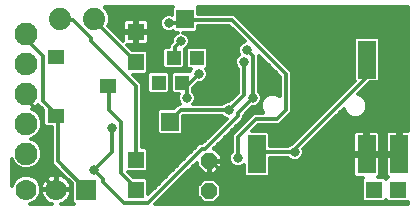
<source format=gbl>
G75*
%MOIN*%
%OFA0B0*%
%FSLAX25Y25*%
%IPPOS*%
%LPD*%
%AMOC8*
5,1,8,0,0,1.08239X$1,22.5*
%
%ADD10OC8,0.05200*%
%ADD11C,0.07000*%
%ADD12R,0.07000X0.07000*%
%ADD13R,0.05512X0.04724*%
%ADD14C,0.07400*%
%ADD15C,0.07600*%
%ADD16R,0.05543X0.05543*%
%ADD17R,0.05906X0.06299*%
%ADD18R,0.04724X0.04724*%
%ADD19R,0.06000X0.12500*%
%ADD20C,0.01200*%
%ADD21C,0.03150*%
D10*
X0070100Y0010600D03*
X0070100Y0020600D03*
D11*
X0019100Y0011100D03*
X0009100Y0011100D03*
D12*
X0029100Y0011100D03*
D13*
X0018939Y0035757D03*
X0036261Y0045600D03*
X0018939Y0055443D03*
D14*
X0020400Y0068100D03*
X0031800Y0068100D03*
D15*
X0009100Y0063100D03*
X0009100Y0053100D03*
X0009100Y0043100D03*
X0009100Y0033100D03*
X0009100Y0023100D03*
D16*
X0045600Y0021100D03*
X0045600Y0011100D03*
X0045600Y0053600D03*
X0045600Y0063600D03*
X0125100Y0011100D03*
X0133100Y0011100D03*
D17*
X0057100Y0033694D03*
X0062100Y0068006D03*
D18*
X0058163Y0054915D03*
X0066037Y0054915D03*
X0061037Y0046785D03*
X0053163Y0046785D03*
D19*
X0085935Y0022850D03*
X0122502Y0022850D03*
X0133424Y0022850D03*
X0122691Y0054460D03*
D20*
X0011876Y0006946D02*
X0010195Y0006250D01*
X0017523Y0006250D01*
X0017142Y0006374D01*
X0016427Y0006738D01*
X0015778Y0007210D01*
X0015210Y0007778D01*
X0014738Y0008427D01*
X0014374Y0009142D01*
X0014126Y0009906D01*
X0014000Y0010699D01*
X0014000Y0010814D01*
X0018814Y0010814D01*
X0018814Y0011386D01*
X0018814Y0016200D01*
X0018699Y0016200D01*
X0017906Y0016074D01*
X0017142Y0015826D01*
X0016427Y0015462D01*
X0015778Y0014990D01*
X0015210Y0014422D01*
X0014738Y0013773D01*
X0014374Y0013058D01*
X0014126Y0012294D01*
X0014000Y0011501D01*
X0014000Y0011386D01*
X0018814Y0011386D01*
X0019386Y0011386D01*
X0019386Y0016200D01*
X0019501Y0016200D01*
X0020294Y0016074D01*
X0021058Y0015826D01*
X0021773Y0015462D01*
X0022273Y0015099D01*
X0017600Y0019772D01*
X0017600Y0031995D01*
X0015603Y0031995D01*
X0014783Y0032815D01*
X0014783Y0037589D01*
X0013004Y0039367D01*
X0012618Y0038981D01*
X0011930Y0038482D01*
X0011173Y0038096D01*
X0010867Y0037996D01*
X0012046Y0037508D01*
X0013508Y0036046D01*
X0014300Y0034134D01*
X0014300Y0032066D01*
X0013508Y0030154D01*
X0012046Y0028692D01*
X0010617Y0028100D01*
X0012046Y0027508D01*
X0013508Y0026046D01*
X0014300Y0024134D01*
X0014300Y0022066D01*
X0013508Y0020154D01*
X0012046Y0018692D01*
X0010134Y0017900D01*
X0008066Y0017900D01*
X0006154Y0018692D01*
X0004692Y0020154D01*
X0004250Y0021221D01*
X0004250Y0012195D01*
X0004946Y0013876D01*
X0006324Y0015254D01*
X0008125Y0016000D01*
X0010075Y0016000D01*
X0011876Y0015254D01*
X0013254Y0013876D01*
X0014000Y0012075D01*
X0014000Y0010125D01*
X0013254Y0008324D01*
X0011876Y0006946D01*
X0011927Y0006997D02*
X0016071Y0006997D01*
X0014906Y0008196D02*
X0013125Y0008196D01*
X0013697Y0009394D02*
X0014292Y0009394D01*
X0014017Y0010593D02*
X0014000Y0010593D01*
X0014000Y0011791D02*
X0014046Y0011791D01*
X0014352Y0012990D02*
X0013621Y0012990D01*
X0012942Y0014188D02*
X0015040Y0014188D01*
X0014600Y0015600D02*
X0019100Y0011100D01*
X0019386Y0011386D02*
X0024200Y0011386D01*
X0024200Y0011501D01*
X0024074Y0012294D01*
X0023826Y0013058D01*
X0023462Y0013773D01*
X0023099Y0014273D01*
X0024200Y0013172D01*
X0024200Y0007020D01*
X0024970Y0006250D01*
X0020677Y0006250D01*
X0021058Y0006374D01*
X0021773Y0006738D01*
X0022422Y0007210D01*
X0022990Y0007778D01*
X0023462Y0008427D01*
X0023826Y0009142D01*
X0024074Y0009906D01*
X0024200Y0010699D01*
X0024200Y0010814D01*
X0019386Y0010814D01*
X0019386Y0011386D01*
X0019386Y0011791D02*
X0018814Y0011791D01*
X0018814Y0012990D02*
X0019386Y0012990D01*
X0019386Y0014188D02*
X0018814Y0014188D01*
X0018814Y0015387D02*
X0019386Y0015387D01*
X0020786Y0016585D02*
X0004250Y0016585D01*
X0004250Y0015387D02*
X0006644Y0015387D01*
X0005258Y0014188D02*
X0004250Y0014188D01*
X0004250Y0012990D02*
X0004579Y0012990D01*
X0011556Y0015387D02*
X0016323Y0015387D01*
X0014600Y0015600D02*
X0014600Y0035600D01*
X0009600Y0040600D01*
X0009600Y0042600D01*
X0009100Y0043100D01*
X0014600Y0040600D02*
X0018600Y0036600D01*
X0018939Y0035757D01*
X0019600Y0035600D01*
X0019600Y0020600D01*
X0029100Y0011100D01*
X0024200Y0010593D02*
X0024183Y0010593D01*
X0024200Y0009394D02*
X0023908Y0009394D01*
X0024200Y0008196D02*
X0023294Y0008196D01*
X0024223Y0006997D02*
X0022129Y0006997D01*
X0024154Y0011791D02*
X0024200Y0011791D01*
X0024200Y0012990D02*
X0023848Y0012990D01*
X0023183Y0014188D02*
X0023160Y0014188D01*
X0021985Y0015387D02*
X0021877Y0015387D01*
X0019588Y0017784D02*
X0004250Y0017784D01*
X0004250Y0018982D02*
X0005864Y0018982D01*
X0004681Y0020181D02*
X0004250Y0020181D01*
X0012336Y0018982D02*
X0018389Y0018982D01*
X0017600Y0020181D02*
X0013519Y0020181D01*
X0014016Y0021379D02*
X0017600Y0021379D01*
X0017600Y0022578D02*
X0014300Y0022578D01*
X0014300Y0023776D02*
X0017600Y0023776D01*
X0017600Y0024975D02*
X0013952Y0024975D01*
X0013381Y0026173D02*
X0017600Y0026173D01*
X0017600Y0027372D02*
X0012182Y0027372D01*
X0011752Y0028570D02*
X0017600Y0028570D01*
X0017600Y0029769D02*
X0013123Y0029769D01*
X0013845Y0030967D02*
X0017600Y0030967D01*
X0015432Y0032166D02*
X0014300Y0032166D01*
X0014300Y0033364D02*
X0014783Y0033364D01*
X0014783Y0034563D02*
X0014123Y0034563D01*
X0013626Y0035761D02*
X0014783Y0035761D01*
X0014783Y0036960D02*
X0012594Y0036960D01*
X0011296Y0038158D02*
X0014213Y0038158D01*
X0013015Y0039357D02*
X0012994Y0039357D01*
X0014600Y0040600D02*
X0014600Y0055600D01*
X0009600Y0060600D01*
X0009600Y0062600D01*
X0009100Y0063100D01*
X0020600Y0067600D02*
X0020400Y0068100D01*
X0020600Y0067600D02*
X0024600Y0067600D01*
X0030600Y0061600D01*
X0030600Y0060600D01*
X0045600Y0045600D01*
X0045600Y0021100D01*
X0049772Y0021379D02*
X0061551Y0021379D01*
X0062749Y0022578D02*
X0049772Y0022578D01*
X0049772Y0023776D02*
X0063948Y0023776D01*
X0065146Y0024975D02*
X0049248Y0024975D01*
X0048952Y0025272D02*
X0047600Y0025272D01*
X0047600Y0046428D01*
X0044600Y0049428D01*
X0048952Y0049428D01*
X0049772Y0050248D01*
X0049772Y0056952D01*
X0048952Y0057772D01*
X0044257Y0057772D01*
X0042800Y0059228D01*
X0045314Y0059228D01*
X0045314Y0063314D01*
X0041228Y0063314D01*
X0041228Y0060800D01*
X0036327Y0065702D01*
X0036900Y0067086D01*
X0036900Y0069114D01*
X0036124Y0070989D01*
X0035162Y0071950D01*
X0057962Y0071950D01*
X0057747Y0071735D01*
X0057747Y0069345D01*
X0057192Y0069575D01*
X0056008Y0069575D01*
X0054915Y0069122D01*
X0054078Y0068285D01*
X0053625Y0067192D01*
X0053625Y0066008D01*
X0054078Y0064915D01*
X0054915Y0064078D01*
X0056008Y0063625D01*
X0057192Y0063625D01*
X0058045Y0063978D01*
X0058567Y0063456D01*
X0059721Y0063456D01*
X0058915Y0063122D01*
X0058078Y0062285D01*
X0057625Y0061192D01*
X0057625Y0060453D01*
X0056600Y0059428D01*
X0056600Y0058677D01*
X0055221Y0058677D01*
X0054401Y0057857D01*
X0054401Y0051973D01*
X0055221Y0051153D01*
X0061105Y0051153D01*
X0061925Y0051973D01*
X0061925Y0057857D01*
X0061874Y0057908D01*
X0062285Y0058078D01*
X0063122Y0058915D01*
X0063575Y0060008D01*
X0063575Y0061192D01*
X0063122Y0062285D01*
X0062285Y0063122D01*
X0061479Y0063456D01*
X0065633Y0063456D01*
X0066453Y0064276D01*
X0066453Y0065600D01*
X0076772Y0065600D01*
X0081859Y0060513D01*
X0080915Y0060122D01*
X0080078Y0059285D01*
X0079625Y0058192D01*
X0079625Y0057008D01*
X0079981Y0056149D01*
X0079915Y0056122D01*
X0079078Y0055285D01*
X0078625Y0054192D01*
X0078625Y0053008D01*
X0079078Y0051915D01*
X0079600Y0051393D01*
X0079600Y0043428D01*
X0076747Y0040575D01*
X0076008Y0040575D01*
X0074915Y0040122D01*
X0074393Y0039600D01*
X0064807Y0039600D01*
X0065122Y0039915D01*
X0065575Y0041008D01*
X0065575Y0042192D01*
X0065122Y0043285D01*
X0064682Y0043726D01*
X0064799Y0043843D01*
X0064799Y0044971D01*
X0066453Y0046625D01*
X0067192Y0046625D01*
X0068285Y0047078D01*
X0069122Y0047915D01*
X0069575Y0049008D01*
X0069575Y0050192D01*
X0069122Y0051285D01*
X0069117Y0051290D01*
X0069799Y0051973D01*
X0069799Y0057857D01*
X0068979Y0058677D01*
X0063095Y0058677D01*
X0062275Y0057857D01*
X0062275Y0051973D01*
X0063095Y0051153D01*
X0064023Y0051153D01*
X0063772Y0050547D01*
X0058095Y0050547D01*
X0057275Y0049727D01*
X0057275Y0043843D01*
X0058095Y0043023D01*
X0059969Y0043023D01*
X0059625Y0042192D01*
X0059625Y0041008D01*
X0060078Y0039915D01*
X0060393Y0039600D01*
X0059772Y0039600D01*
X0058416Y0038244D01*
X0053567Y0038244D01*
X0052747Y0037424D01*
X0052747Y0029965D01*
X0053567Y0029145D01*
X0060633Y0029145D01*
X0061453Y0029965D01*
X0061453Y0035600D01*
X0074393Y0035600D01*
X0074915Y0035078D01*
X0075859Y0034687D01*
X0067772Y0026600D01*
X0066772Y0026600D01*
X0049772Y0009600D01*
X0049772Y0014452D01*
X0048952Y0015272D01*
X0044757Y0015272D01*
X0043100Y0016928D01*
X0048952Y0016928D01*
X0049772Y0017748D01*
X0049772Y0024452D01*
X0048952Y0025272D01*
X0047600Y0026173D02*
X0066345Y0026173D01*
X0067600Y0024600D02*
X0049600Y0006600D01*
X0041600Y0006600D01*
X0034600Y0013600D01*
X0034600Y0014600D01*
X0031600Y0017600D01*
X0037600Y0023600D01*
X0037600Y0031600D01*
X0040600Y0033600D02*
X0040600Y0016600D01*
X0045600Y0011600D01*
X0045600Y0011100D01*
X0049772Y0010593D02*
X0050764Y0010593D01*
X0049772Y0011791D02*
X0051963Y0011791D01*
X0053161Y0012990D02*
X0049772Y0012990D01*
X0049772Y0014188D02*
X0054360Y0014188D01*
X0055558Y0015387D02*
X0044642Y0015387D01*
X0043443Y0016585D02*
X0056757Y0016585D01*
X0057955Y0017784D02*
X0049772Y0017784D01*
X0049772Y0018982D02*
X0059154Y0018982D01*
X0060352Y0020181D02*
X0049772Y0020181D01*
X0060016Y0014188D02*
X0068031Y0014188D01*
X0068443Y0014600D02*
X0066100Y0012257D01*
X0066100Y0008943D01*
X0068443Y0006600D01*
X0071757Y0006600D01*
X0074100Y0008943D01*
X0074100Y0012257D01*
X0071757Y0014600D01*
X0068443Y0014600D01*
X0068360Y0016400D02*
X0069900Y0016400D01*
X0069900Y0020400D01*
X0070300Y0020400D01*
X0070300Y0020800D01*
X0074300Y0020800D01*
X0074300Y0022340D01*
X0071840Y0024800D01*
X0071628Y0024800D01*
X0081600Y0034772D01*
X0081600Y0035772D01*
X0084453Y0038625D01*
X0085192Y0038625D01*
X0086285Y0039078D01*
X0087122Y0039915D01*
X0087575Y0041008D01*
X0087575Y0042192D01*
X0087122Y0043285D01*
X0086600Y0043807D01*
X0086600Y0055772D01*
X0093600Y0048772D01*
X0093600Y0042318D01*
X0093486Y0042431D01*
X0092030Y0043035D01*
X0090454Y0043035D01*
X0088997Y0042431D01*
X0087883Y0041317D01*
X0087280Y0039861D01*
X0087280Y0038284D01*
X0087883Y0036828D01*
X0088111Y0036600D01*
X0084772Y0036600D01*
X0083600Y0035428D01*
X0077600Y0029428D01*
X0077600Y0023807D01*
X0077078Y0023285D01*
X0076625Y0022192D01*
X0076625Y0021008D01*
X0077078Y0019915D01*
X0077915Y0019078D01*
X0079008Y0018625D01*
X0080192Y0018625D01*
X0081285Y0019078D01*
X0081535Y0019327D01*
X0081535Y0016020D01*
X0082355Y0015200D01*
X0089515Y0015200D01*
X0090335Y0016020D01*
X0090335Y0021600D01*
X0096393Y0021600D01*
X0096915Y0021078D01*
X0098008Y0020625D01*
X0099192Y0020625D01*
X0100285Y0021078D01*
X0101122Y0021915D01*
X0101575Y0023008D01*
X0101575Y0024192D01*
X0101412Y0024584D01*
X0114919Y0038090D01*
X0115442Y0036828D01*
X0116556Y0035713D01*
X0118013Y0035110D01*
X0119589Y0035110D01*
X0121045Y0035713D01*
X0122160Y0036828D01*
X0122763Y0038284D01*
X0122763Y0039861D01*
X0122160Y0041317D01*
X0121045Y0042431D01*
X0119783Y0042954D01*
X0123639Y0046810D01*
X0126270Y0046810D01*
X0127091Y0047630D01*
X0127091Y0061290D01*
X0126270Y0062110D01*
X0119111Y0062110D01*
X0118291Y0061290D01*
X0118291Y0047630D01*
X0118546Y0047375D01*
X0097562Y0026390D01*
X0096915Y0026122D01*
X0096393Y0025600D01*
X0090335Y0025600D01*
X0090335Y0029680D01*
X0089515Y0030500D01*
X0084328Y0030500D01*
X0086428Y0032600D01*
X0093428Y0032600D01*
X0096428Y0035600D01*
X0097600Y0036772D01*
X0097600Y0050428D01*
X0079600Y0068428D01*
X0078428Y0069600D01*
X0066453Y0069600D01*
X0066453Y0071735D01*
X0066238Y0071950D01*
X0136450Y0071950D01*
X0136450Y0030700D01*
X0134024Y0030700D01*
X0134024Y0023450D01*
X0132824Y0023450D01*
X0132824Y0030700D01*
X0130213Y0030700D01*
X0129806Y0030591D01*
X0129441Y0030380D01*
X0129143Y0030082D01*
X0128933Y0029718D01*
X0128824Y0029311D01*
X0128824Y0023450D01*
X0132824Y0023450D01*
X0132824Y0022250D01*
X0128824Y0022250D01*
X0128824Y0016389D01*
X0128933Y0015982D01*
X0129143Y0015618D01*
X0129441Y0015320D01*
X0129666Y0015190D01*
X0129100Y0014623D01*
X0128452Y0015272D01*
X0126401Y0015272D01*
X0126484Y0015320D01*
X0126782Y0015618D01*
X0126993Y0015982D01*
X0127102Y0016389D01*
X0127102Y0022250D01*
X0123102Y0022250D01*
X0123102Y0023450D01*
X0127102Y0023450D01*
X0127102Y0029311D01*
X0126993Y0029718D01*
X0126782Y0030082D01*
X0126484Y0030380D01*
X0126119Y0030591D01*
X0125712Y0030700D01*
X0123102Y0030700D01*
X0123102Y0023450D01*
X0121902Y0023450D01*
X0121902Y0030700D01*
X0119291Y0030700D01*
X0118884Y0030591D01*
X0118519Y0030380D01*
X0118221Y0030082D01*
X0118011Y0029718D01*
X0117902Y0029311D01*
X0117902Y0023450D01*
X0121902Y0023450D01*
X0121902Y0022250D01*
X0117902Y0022250D01*
X0117902Y0016389D01*
X0118011Y0015982D01*
X0118221Y0015618D01*
X0118519Y0015320D01*
X0118884Y0015109D01*
X0119291Y0015000D01*
X0121477Y0015000D01*
X0120928Y0014452D01*
X0120928Y0007748D01*
X0121748Y0006928D01*
X0128452Y0006928D01*
X0129100Y0007577D01*
X0129748Y0006928D01*
X0136450Y0006928D01*
X0136450Y0006250D01*
X0052078Y0006250D01*
X0065900Y0020072D01*
X0065900Y0018860D01*
X0068360Y0016400D01*
X0068175Y0016585D02*
X0062414Y0016585D01*
X0061215Y0015387D02*
X0082168Y0015387D01*
X0081535Y0016585D02*
X0072025Y0016585D01*
X0071840Y0016400D02*
X0074300Y0018860D01*
X0074300Y0020400D01*
X0070300Y0020400D01*
X0070300Y0016400D01*
X0071840Y0016400D01*
X0070300Y0016585D02*
X0069900Y0016585D01*
X0069900Y0017784D02*
X0070300Y0017784D01*
X0070300Y0018982D02*
X0069900Y0018982D01*
X0069900Y0020181D02*
X0070300Y0020181D01*
X0070100Y0020600D02*
X0070600Y0020600D01*
X0076600Y0014600D01*
X0094600Y0014600D01*
X0102600Y0022600D01*
X0121600Y0022600D01*
X0122502Y0022850D01*
X0122600Y0022600D01*
X0132600Y0022600D01*
X0133424Y0022850D01*
X0132824Y0022578D02*
X0123102Y0022578D01*
X0121902Y0022578D02*
X0101397Y0022578D01*
X0100586Y0021379D02*
X0117902Y0021379D01*
X0117902Y0020181D02*
X0090335Y0020181D01*
X0090335Y0018982D02*
X0117902Y0018982D01*
X0117902Y0017784D02*
X0090335Y0017784D01*
X0090335Y0016585D02*
X0117902Y0016585D01*
X0118452Y0015387D02*
X0089701Y0015387D01*
X0081535Y0017784D02*
X0073223Y0017784D01*
X0074300Y0018982D02*
X0078146Y0018982D01*
X0076968Y0020181D02*
X0074300Y0020181D01*
X0074300Y0021379D02*
X0076625Y0021379D01*
X0076785Y0022578D02*
X0074062Y0022578D01*
X0072863Y0023776D02*
X0077569Y0023776D01*
X0077600Y0024975D02*
X0071803Y0024975D01*
X0073002Y0026173D02*
X0077600Y0026173D01*
X0077600Y0027372D02*
X0074200Y0027372D01*
X0075399Y0028570D02*
X0077600Y0028570D01*
X0079600Y0028600D02*
X0085600Y0034600D01*
X0092600Y0034600D01*
X0095600Y0037600D01*
X0095600Y0049600D01*
X0077600Y0067600D01*
X0062600Y0067600D01*
X0062100Y0068006D01*
X0061600Y0067600D01*
X0060600Y0066600D01*
X0056600Y0066600D01*
X0053743Y0065724D02*
X0049972Y0065724D01*
X0049972Y0066582D02*
X0049863Y0066989D01*
X0049652Y0067354D01*
X0049354Y0067652D01*
X0048989Y0067863D01*
X0048582Y0067972D01*
X0045886Y0067972D01*
X0045886Y0063886D01*
X0045314Y0063886D01*
X0045314Y0067972D01*
X0042618Y0067972D01*
X0042211Y0067863D01*
X0041846Y0067652D01*
X0041548Y0067354D01*
X0041337Y0066989D01*
X0041228Y0066582D01*
X0041228Y0063886D01*
X0045314Y0063886D01*
X0045314Y0063314D01*
X0045886Y0063314D01*
X0045886Y0063886D01*
X0049972Y0063886D01*
X0049972Y0066582D01*
X0049880Y0066923D02*
X0053625Y0066923D01*
X0054010Y0068121D02*
X0036900Y0068121D01*
X0036832Y0066923D02*
X0041320Y0066923D01*
X0041228Y0065724D02*
X0036336Y0065724D01*
X0037503Y0064526D02*
X0041228Y0064526D01*
X0038701Y0063327D02*
X0045314Y0063327D01*
X0045886Y0063327D02*
X0059410Y0063327D01*
X0058013Y0062129D02*
X0049972Y0062129D01*
X0049972Y0060930D02*
X0057625Y0060930D01*
X0056903Y0059732D02*
X0049538Y0059732D01*
X0049652Y0059846D02*
X0049863Y0060211D01*
X0049972Y0060618D01*
X0049972Y0063314D01*
X0045886Y0063314D01*
X0045886Y0059228D01*
X0048582Y0059228D01*
X0048989Y0059337D01*
X0049354Y0059548D01*
X0049652Y0059846D01*
X0049389Y0057334D02*
X0054401Y0057334D01*
X0055077Y0058533D02*
X0043495Y0058533D01*
X0045314Y0059732D02*
X0045886Y0059732D01*
X0045886Y0060930D02*
X0045314Y0060930D01*
X0045314Y0062129D02*
X0045886Y0062129D01*
X0045886Y0064526D02*
X0045314Y0064526D01*
X0045314Y0065724D02*
X0045886Y0065724D01*
X0045886Y0066923D02*
X0045314Y0066923D01*
X0049972Y0064526D02*
X0054467Y0064526D01*
X0058600Y0058600D02*
X0060600Y0060600D01*
X0058600Y0058600D02*
X0058600Y0055600D01*
X0058163Y0054915D01*
X0054401Y0054937D02*
X0049772Y0054937D01*
X0049772Y0056136D02*
X0054401Y0056136D01*
X0054401Y0053739D02*
X0049772Y0053739D01*
X0049772Y0052540D02*
X0054401Y0052540D01*
X0055032Y0051342D02*
X0049772Y0051342D01*
X0050221Y0050547D02*
X0049401Y0049727D01*
X0049401Y0043843D01*
X0050221Y0043023D01*
X0056105Y0043023D01*
X0056925Y0043843D01*
X0056925Y0049727D01*
X0056105Y0050547D01*
X0050221Y0050547D01*
X0049817Y0050143D02*
X0049667Y0050143D01*
X0049401Y0048945D02*
X0045083Y0048945D01*
X0046282Y0047746D02*
X0049401Y0047746D01*
X0049401Y0046548D02*
X0047481Y0046548D01*
X0047600Y0045349D02*
X0049401Y0045349D01*
X0049401Y0044151D02*
X0047600Y0044151D01*
X0047600Y0042952D02*
X0059940Y0042952D01*
X0057275Y0044151D02*
X0056925Y0044151D01*
X0056925Y0045349D02*
X0057275Y0045349D01*
X0057275Y0046548D02*
X0056925Y0046548D01*
X0056925Y0047746D02*
X0057275Y0047746D01*
X0057275Y0048945D02*
X0056925Y0048945D01*
X0056509Y0050143D02*
X0057691Y0050143D01*
X0061294Y0051342D02*
X0062906Y0051342D01*
X0062275Y0052540D02*
X0061925Y0052540D01*
X0061925Y0053739D02*
X0062275Y0053739D01*
X0062275Y0054937D02*
X0061925Y0054937D01*
X0061925Y0056136D02*
X0062275Y0056136D01*
X0062275Y0057334D02*
X0061925Y0057334D01*
X0062740Y0058533D02*
X0062951Y0058533D01*
X0063460Y0059732D02*
X0080524Y0059732D01*
X0079766Y0058533D02*
X0069123Y0058533D01*
X0069799Y0057334D02*
X0079625Y0057334D01*
X0079948Y0056136D02*
X0069799Y0056136D01*
X0069799Y0054937D02*
X0078934Y0054937D01*
X0078625Y0053739D02*
X0069799Y0053739D01*
X0069799Y0052540D02*
X0078819Y0052540D01*
X0081600Y0053600D02*
X0081600Y0042600D01*
X0076600Y0037600D01*
X0060600Y0037600D01*
X0057600Y0034600D01*
X0057100Y0033694D01*
X0052747Y0033364D02*
X0047600Y0033364D01*
X0047600Y0032166D02*
X0052747Y0032166D01*
X0052747Y0030967D02*
X0047600Y0030967D01*
X0047600Y0029769D02*
X0052943Y0029769D01*
X0047600Y0028570D02*
X0069742Y0028570D01*
X0068543Y0027372D02*
X0047600Y0027372D01*
X0040600Y0033600D02*
X0036600Y0037600D01*
X0036600Y0045600D01*
X0036261Y0045600D01*
X0047600Y0041754D02*
X0059625Y0041754D01*
X0059813Y0040555D02*
X0047600Y0040555D01*
X0047600Y0039357D02*
X0059528Y0039357D01*
X0062600Y0041600D02*
X0062600Y0045600D01*
X0061037Y0046785D01*
X0061600Y0046600D01*
X0062600Y0045600D01*
X0066600Y0049600D01*
X0068954Y0047746D02*
X0079600Y0047746D01*
X0079600Y0046548D02*
X0066376Y0046548D01*
X0065178Y0045349D02*
X0079600Y0045349D01*
X0079600Y0044151D02*
X0064799Y0044151D01*
X0065260Y0042952D02*
X0079124Y0042952D01*
X0077925Y0041754D02*
X0065575Y0041754D01*
X0065387Y0040555D02*
X0075961Y0040555D01*
X0079600Y0036600D02*
X0079600Y0035600D01*
X0068600Y0024600D01*
X0067600Y0024600D01*
X0070940Y0029769D02*
X0061257Y0029769D01*
X0061453Y0030967D02*
X0072139Y0030967D01*
X0073337Y0032166D02*
X0061453Y0032166D01*
X0061453Y0033364D02*
X0074536Y0033364D01*
X0075734Y0034563D02*
X0061453Y0034563D01*
X0052747Y0034563D02*
X0047600Y0034563D01*
X0047600Y0035761D02*
X0052747Y0035761D01*
X0052747Y0036960D02*
X0047600Y0036960D01*
X0047600Y0038158D02*
X0053482Y0038158D01*
X0069549Y0048945D02*
X0079600Y0048945D01*
X0079600Y0050143D02*
X0069575Y0050143D01*
X0069168Y0051342D02*
X0079600Y0051342D01*
X0086600Y0051342D02*
X0091030Y0051342D01*
X0092228Y0050143D02*
X0086600Y0050143D01*
X0086600Y0048945D02*
X0093427Y0048945D01*
X0093600Y0047746D02*
X0086600Y0047746D01*
X0086600Y0046548D02*
X0093600Y0046548D01*
X0093600Y0045349D02*
X0086600Y0045349D01*
X0086600Y0044151D02*
X0093600Y0044151D01*
X0093600Y0042952D02*
X0092228Y0042952D01*
X0090255Y0042952D02*
X0087260Y0042952D01*
X0087575Y0041754D02*
X0088320Y0041754D01*
X0087567Y0040555D02*
X0087387Y0040555D01*
X0087280Y0039357D02*
X0086564Y0039357D01*
X0087332Y0038158D02*
X0083987Y0038158D01*
X0082788Y0036960D02*
X0087828Y0036960D01*
X0083933Y0035761D02*
X0081600Y0035761D01*
X0081391Y0034563D02*
X0082734Y0034563D01*
X0081536Y0033364D02*
X0080193Y0033364D01*
X0080337Y0032166D02*
X0078994Y0032166D01*
X0079139Y0030967D02*
X0077796Y0030967D01*
X0077940Y0029769D02*
X0076597Y0029769D01*
X0079600Y0028600D02*
X0079600Y0021600D01*
X0081054Y0018982D02*
X0081535Y0018982D01*
X0085935Y0022850D02*
X0086600Y0023600D01*
X0097600Y0023600D01*
X0098600Y0023600D01*
X0097600Y0023600D02*
X0122600Y0048600D01*
X0122600Y0053600D01*
X0122691Y0054460D01*
X0127091Y0054937D02*
X0136450Y0054937D01*
X0136450Y0056136D02*
X0127091Y0056136D01*
X0127091Y0057334D02*
X0136450Y0057334D01*
X0136450Y0058533D02*
X0127091Y0058533D01*
X0127091Y0059732D02*
X0136450Y0059732D01*
X0136450Y0060930D02*
X0127091Y0060930D01*
X0118291Y0060930D02*
X0087098Y0060930D01*
X0085900Y0062129D02*
X0136450Y0062129D01*
X0136450Y0063327D02*
X0084701Y0063327D01*
X0083503Y0064526D02*
X0136450Y0064526D01*
X0136450Y0065724D02*
X0082304Y0065724D01*
X0081106Y0066923D02*
X0136450Y0066923D01*
X0136450Y0068121D02*
X0079907Y0068121D01*
X0078709Y0069320D02*
X0136450Y0069320D01*
X0136450Y0070518D02*
X0066453Y0070518D01*
X0066453Y0071717D02*
X0136450Y0071717D01*
X0118291Y0059732D02*
X0088297Y0059732D01*
X0089495Y0058533D02*
X0118291Y0058533D01*
X0118291Y0057334D02*
X0090694Y0057334D01*
X0091892Y0056136D02*
X0118291Y0056136D01*
X0118291Y0054937D02*
X0093091Y0054937D01*
X0094289Y0053739D02*
X0118291Y0053739D01*
X0118291Y0052540D02*
X0095488Y0052540D01*
X0096686Y0051342D02*
X0118291Y0051342D01*
X0118291Y0050143D02*
X0097600Y0050143D01*
X0097600Y0048945D02*
X0118291Y0048945D01*
X0118291Y0047746D02*
X0097600Y0047746D01*
X0097600Y0046548D02*
X0117719Y0046548D01*
X0116521Y0045349D02*
X0097600Y0045349D01*
X0097600Y0044151D02*
X0115322Y0044151D01*
X0114124Y0042952D02*
X0097600Y0042952D01*
X0097600Y0041754D02*
X0112925Y0041754D01*
X0111727Y0040555D02*
X0097600Y0040555D01*
X0097600Y0039357D02*
X0110528Y0039357D01*
X0109330Y0038158D02*
X0097600Y0038158D01*
X0097600Y0036960D02*
X0108131Y0036960D01*
X0106933Y0035761D02*
X0096590Y0035761D01*
X0095391Y0034563D02*
X0105734Y0034563D01*
X0104536Y0033364D02*
X0094193Y0033364D01*
X0090246Y0029769D02*
X0100940Y0029769D01*
X0102139Y0030967D02*
X0084796Y0030967D01*
X0085994Y0032166D02*
X0103337Y0032166D01*
X0106597Y0029769D02*
X0118040Y0029769D01*
X0117902Y0028570D02*
X0105399Y0028570D01*
X0104200Y0027372D02*
X0117902Y0027372D01*
X0117902Y0026173D02*
X0103002Y0026173D01*
X0101803Y0024975D02*
X0117902Y0024975D01*
X0117902Y0023776D02*
X0101575Y0023776D01*
X0097038Y0026173D02*
X0090335Y0026173D01*
X0090335Y0027372D02*
X0098543Y0027372D01*
X0099742Y0028570D02*
X0090335Y0028570D01*
X0090335Y0021379D02*
X0096614Y0021379D01*
X0107796Y0030967D02*
X0136450Y0030967D01*
X0136450Y0032166D02*
X0108994Y0032166D01*
X0110193Y0033364D02*
X0136450Y0033364D01*
X0136450Y0034563D02*
X0111391Y0034563D01*
X0112590Y0035761D02*
X0116509Y0035761D01*
X0115387Y0036960D02*
X0113788Y0036960D01*
X0121093Y0035761D02*
X0136450Y0035761D01*
X0136450Y0036960D02*
X0122214Y0036960D01*
X0122711Y0038158D02*
X0136450Y0038158D01*
X0136450Y0039357D02*
X0122763Y0039357D01*
X0122475Y0040555D02*
X0136450Y0040555D01*
X0136450Y0041754D02*
X0121723Y0041754D01*
X0119788Y0042952D02*
X0136450Y0042952D01*
X0136450Y0044151D02*
X0120979Y0044151D01*
X0122178Y0045349D02*
X0136450Y0045349D01*
X0136450Y0046548D02*
X0123376Y0046548D01*
X0127091Y0047746D02*
X0136450Y0047746D01*
X0136450Y0048945D02*
X0127091Y0048945D01*
X0127091Y0050143D02*
X0136450Y0050143D01*
X0136450Y0051342D02*
X0127091Y0051342D01*
X0127091Y0052540D02*
X0136450Y0052540D01*
X0136450Y0053739D02*
X0127091Y0053739D01*
X0089831Y0052540D02*
X0086600Y0052540D01*
X0086600Y0053739D02*
X0088633Y0053739D01*
X0087434Y0054937D02*
X0086600Y0054937D01*
X0084600Y0055600D02*
X0084600Y0041600D01*
X0079600Y0036600D01*
X0065900Y0018982D02*
X0064811Y0018982D01*
X0063612Y0017784D02*
X0066977Y0017784D01*
X0072169Y0014188D02*
X0120928Y0014188D01*
X0120928Y0012990D02*
X0073367Y0012990D01*
X0074100Y0011791D02*
X0120928Y0011791D01*
X0120928Y0010593D02*
X0074100Y0010593D01*
X0074100Y0009394D02*
X0120928Y0009394D01*
X0120928Y0008196D02*
X0073352Y0008196D01*
X0072154Y0006997D02*
X0121680Y0006997D01*
X0128520Y0006997D02*
X0129680Y0006997D01*
X0129374Y0015387D02*
X0126551Y0015387D01*
X0127102Y0016585D02*
X0128824Y0016585D01*
X0128824Y0017784D02*
X0127102Y0017784D01*
X0127102Y0018982D02*
X0128824Y0018982D01*
X0128824Y0020181D02*
X0127102Y0020181D01*
X0127102Y0021379D02*
X0128824Y0021379D01*
X0128824Y0023776D02*
X0127102Y0023776D01*
X0127102Y0024975D02*
X0128824Y0024975D01*
X0128824Y0026173D02*
X0127102Y0026173D01*
X0127102Y0027372D02*
X0128824Y0027372D01*
X0128824Y0028570D02*
X0127102Y0028570D01*
X0126963Y0029769D02*
X0128962Y0029769D01*
X0132824Y0029769D02*
X0134024Y0029769D01*
X0134024Y0028570D02*
X0132824Y0028570D01*
X0132824Y0027372D02*
X0134024Y0027372D01*
X0134024Y0026173D02*
X0132824Y0026173D01*
X0132824Y0024975D02*
X0134024Y0024975D01*
X0134024Y0023776D02*
X0132824Y0023776D01*
X0123102Y0023776D02*
X0121902Y0023776D01*
X0121902Y0024975D02*
X0123102Y0024975D01*
X0123102Y0026173D02*
X0121902Y0026173D01*
X0121902Y0027372D02*
X0123102Y0027372D01*
X0123102Y0028570D02*
X0121902Y0028570D01*
X0121902Y0029769D02*
X0123102Y0029769D01*
X0084600Y0055600D02*
X0082600Y0057600D01*
X0081442Y0060930D02*
X0063575Y0060930D01*
X0063187Y0062129D02*
X0080243Y0062129D01*
X0079045Y0063327D02*
X0061790Y0063327D01*
X0066453Y0064526D02*
X0077846Y0064526D01*
X0057747Y0070518D02*
X0036319Y0070518D01*
X0036815Y0069320D02*
X0055392Y0069320D01*
X0057747Y0071717D02*
X0035396Y0071717D01*
X0031800Y0068100D02*
X0031600Y0067600D01*
X0045600Y0053600D01*
X0041228Y0060930D02*
X0041098Y0060930D01*
X0041228Y0062129D02*
X0039900Y0062129D01*
X0058818Y0012990D02*
X0066833Y0012990D01*
X0066100Y0011791D02*
X0057619Y0011791D01*
X0056421Y0010593D02*
X0066100Y0010593D01*
X0066100Y0009394D02*
X0055222Y0009394D01*
X0054024Y0008196D02*
X0066848Y0008196D01*
X0068046Y0006997D02*
X0052825Y0006997D01*
D21*
X0031600Y0017600D03*
X0037600Y0031600D03*
X0062600Y0041600D03*
X0066600Y0049600D03*
X0081600Y0053600D03*
X0082600Y0057600D03*
X0060600Y0060600D03*
X0056600Y0066600D03*
X0084600Y0041600D03*
X0076600Y0037600D03*
X0098600Y0023600D03*
X0079600Y0021600D03*
M02*

</source>
